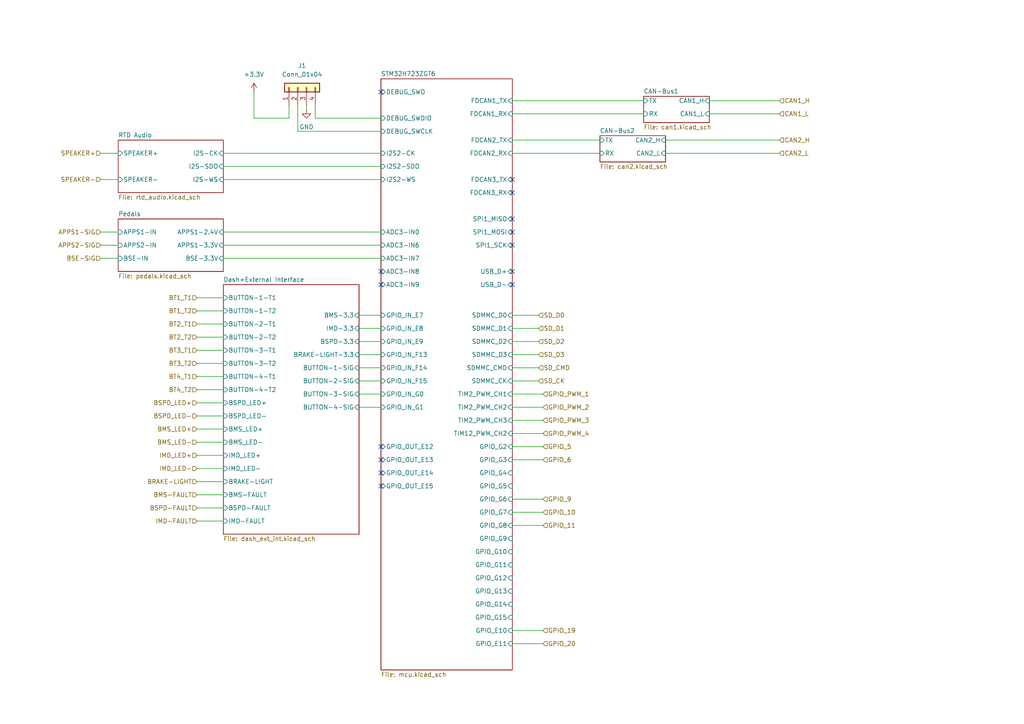
<source format=kicad_sch>
(kicad_sch (version 20250114) (generator "eeschema") (generator_version "9.0")
  (paper "A4")
  (lib_symbols
    (symbol "Connector_Generic:Conn_01x04" (pin_names (offset 1.016) (hide yes))
      (property "Reference" "J" (at 0 5.08 0))
      (property "Value" "Conn_01x04" (at 0 -7.62 0))
      (symbol "Conn_01x04_1_1"
        (rectangle (start -1.27 3.81) (end 1.27 -6.35) (stroke (width 0.254)) (fill (type background)))
        (rectangle (start -1.27 2.667) (end 0 2.413) (stroke (width 0.1524)))
        (rectangle (start -1.27 0.127) (end 0 -0.127) (stroke (width 0.1524)))
        (rectangle (start -1.27 -2.413) (end 0 -2.667) (stroke (width 0.1524)))
        (rectangle (start -1.27 -4.953) (end 0 -5.207) (stroke (width 0.1524)))
        (pin passive line (at -5.08 2.54 0) (length 3.81) (name "Pin_1") (number "1"))
        (pin passive line (at -5.08 0 0) (length 3.81) (name "Pin_2") (number "2"))
        (pin passive line (at -5.08 -2.54 0) (length 3.81) (name "Pin_3") (number "3"))
        (pin passive line (at -5.08 -5.08 0) (length 3.81) (name "Pin_4") (number "4"))
      )
    )
    (symbol "power:+3.3V" (power) (pin_numbers (hide yes)) (pin_names (offset 0) (hide yes))
      (property "Value" "+3.3V" (at 0 3.556 0))
      (symbol "+3.3V_0_1"
        (polyline (pts (xy -0.762 1.27) (xy 0 2.54)))
        (polyline (pts (xy 0 2.54) (xy 0.762 1.27)))
        (polyline (pts (xy 0 0) (xy 0 2.54)))
      )
      (symbol "+3.3V_1_1"
        (pin power_in line (at 0 0 90) (length 0) (name "~") (number "1"))
      )
    )
    (symbol "power:GND" (power) (pin_numbers (hide yes)) (pin_names (offset 0) (hide yes))
      (property "Value" "GND" (at 0 -3.81 0))
      (symbol "GND_0_1"
        (polyline (pts (xy 0 0) (xy 0 -1.27) (xy 1.27 -1.27) (xy 0 -2.54) (xy -1.27 -1.27) (xy 0 -1.27)))
      )
      (symbol "GND_1_1"
        (pin power_in line (at 0 0 270) (length 0) (name "~") (number "1"))
      )
    )
  )
  (no_connect (at 110.49 140.97))
  (no_connect (at 148.59 67.31))
  (no_connect (at 110.49 26.67))
  (no_connect (at 110.49 78.74))
  (no_connect (at 148.59 63.5))
  (no_connect (at 148.59 52.07))
  (no_connect (at 110.49 82.55))
  (no_connect (at 110.49 129.54))
  (no_connect (at 148.59 78.74))
  (no_connect (at 148.59 55.88))
  (no_connect (at 148.59 82.55))
  (no_connect (at 148.59 71.12))
  (no_connect (at 110.49 133.35))
  (no_connect (at 110.49 137.16))
  (wire (pts (xy 148.59 125.73) (xy 157.48 125.73)))
  (wire (pts (xy 64.77 71.12) (xy 110.49 71.12)))
  (wire (pts (xy 64.77 52.07) (xy 110.49 52.07)))
  (wire (pts (xy 104.14 106.68) (xy 110.49 106.68)))
  (wire (pts (xy 86.36 30.48) (xy 86.36 38.1)))
  (wire (pts (xy 148.59 118.11) (xy 157.48 118.11)))
  (wire (pts (xy 73.66 26.67) (xy 73.66 34.29)))
  (wire (pts (xy 205.74 33.02) (xy 226.06 33.02)))
  (wire (pts (xy 148.59 121.92) (xy 157.48 121.92)))
  (wire (pts (xy 57.15 135.89) (xy 64.77 135.89)))
  (wire (pts (xy 29.21 67.31) (xy 34.29 67.31)))
  (wire (pts (xy 148.59 95.25) (xy 156.21 95.25)))
  (wire (pts (xy 29.21 52.07) (xy 34.29 52.07)))
  (wire (pts (xy 57.15 151.13) (xy 64.77 151.13)))
  (wire (pts (xy 148.59 40.64) (xy 173.99 40.64)))
  (wire (pts (xy 73.66 34.29) (xy 83.82 34.29)))
  (wire (pts (xy 57.15 109.22) (xy 64.77 109.22)))
  (wire (pts (xy 64.77 67.31) (xy 110.49 67.31)))
  (wire (pts (xy 148.59 148.59) (xy 157.48 148.59)))
  (wire (pts (xy 57.15 143.51) (xy 64.77 143.51)))
  (wire (pts (xy 148.59 114.3) (xy 157.48 114.3)))
  (wire (pts (xy 104.14 110.49) (xy 110.49 110.49)))
  (wire (pts (xy 148.59 110.49) (xy 156.21 110.49)))
  (wire (pts (xy 104.14 95.25) (xy 110.49 95.25)))
  (wire (pts (xy 91.44 30.48) (xy 91.44 34.29)))
  (wire (pts (xy 57.15 90.17) (xy 64.77 90.17)))
  (wire (pts (xy 193.04 44.45) (xy 226.06 44.45)))
  (wire (pts (xy 148.59 152.4) (xy 157.48 152.4)))
  (wire (pts (xy 148.59 144.78) (xy 157.48 144.78)))
  (wire (pts (xy 91.44 34.29) (xy 110.49 34.29)))
  (wire (pts (xy 148.59 186.69) (xy 157.48 186.69)))
  (wire (pts (xy 29.21 71.12) (xy 34.29 71.12)))
  (wire (pts (xy 57.15 101.6) (xy 64.77 101.6)))
  (wire (pts (xy 148.59 99.06) (xy 156.21 99.06)))
  (wire (pts (xy 57.15 93.98) (xy 64.77 93.98)))
  (wire (pts (xy 57.15 147.32) (xy 64.77 147.32)))
  (wire (pts (xy 104.14 99.06) (xy 110.49 99.06)))
  (wire (pts (xy 148.59 29.21) (xy 186.69 29.21)))
  (wire (pts (xy 148.59 106.68) (xy 156.21 106.68)))
  (wire (pts (xy 57.15 116.84) (xy 64.77 116.84)))
  (wire (pts (xy 148.59 129.54) (xy 157.48 129.54)))
  (wire (pts (xy 57.15 86.36) (xy 64.77 86.36)))
  (wire (pts (xy 205.74 29.21) (xy 226.06 29.21)))
  (wire (pts (xy 57.15 124.46) (xy 64.77 124.46)))
  (wire (pts (xy 83.82 34.29) (xy 83.82 30.48)))
  (wire (pts (xy 104.14 114.3) (xy 110.49 114.3)))
  (wire (pts (xy 148.59 44.45) (xy 173.99 44.45)))
  (wire (pts (xy 57.15 132.08) (xy 64.77 132.08)))
  (wire (pts (xy 29.21 74.93) (xy 34.29 74.93)))
  (wire (pts (xy 57.15 128.27) (xy 64.77 128.27)))
  (wire (pts (xy 57.15 120.65) (xy 64.77 120.65)))
  (wire (pts (xy 104.14 91.44) (xy 110.49 91.44)))
  (wire (pts (xy 148.59 102.87) (xy 156.21 102.87)))
  (wire (pts (xy 148.59 182.88) (xy 157.48 182.88)))
  (wire (pts (xy 29.21 44.45) (xy 34.29 44.45)))
  (wire (pts (xy 88.9 30.48) (xy 88.9 31.75)))
  (wire (pts (xy 86.36 38.1) (xy 110.49 38.1)))
  (wire (pts (xy 193.04 40.64) (xy 226.06 40.64)))
  (wire (pts (xy 57.15 113.03) (xy 64.77 113.03)))
  (wire (pts (xy 64.77 74.93) (xy 110.49 74.93)))
  (wire (pts (xy 148.59 91.44) (xy 156.21 91.44)))
  (wire (pts (xy 64.77 44.45) (xy 110.49 44.45)))
  (wire (pts (xy 148.59 133.35) (xy 157.48 133.35)))
  (wire (pts (xy 104.14 118.11) (xy 110.49 118.11)))
  (wire (pts (xy 57.15 139.7) (xy 64.77 139.7)))
  (wire (pts (xy 57.15 105.41) (xy 64.77 105.41)))
  (wire (pts (xy 148.59 33.02) (xy 186.69 33.02)))
  (wire (pts (xy 64.77 48.26) (xy 110.49 48.26)))
  (wire (pts (xy 57.15 97.79) (xy 64.77 97.79)))
  (wire (pts (xy 104.14 102.87) (xy 110.49 102.87)))
  (hierarchical_label "SD_D3" (shape input) (at 156.21 102.87 0))
  (hierarchical_label "CAN1_L" (shape input) (at 226.06 33.02 0))
  (hierarchical_label "GPIO_PWM_1" (shape input) (at 157.48 114.3 0))
  (hierarchical_label "APPS2-SIG" (shape input) (at 29.21 71.12 180))
  (hierarchical_label "GPIO_PWM_4" (shape input) (at 157.48 125.73 0))
  (hierarchical_label "APPS1-SIG" (shape input) (at 29.21 67.31 180))
  (hierarchical_label "GPIO_5" (shape input) (at 157.48 129.54 0))
  (hierarchical_label "BSPD_LED+" (shape input) (at 57.15 116.84 180))
  (hierarchical_label "BT4_T1" (shape input) (at 57.15 109.22 180))
  (hierarchical_label "IMD_LED+" (shape input) (at 57.15 132.08 180))
  (hierarchical_label "GPIO_PWM_2" (shape input) (at 157.48 118.11 0))
  (hierarchical_label "BSPD_LED-" (shape input) (at 57.15 120.65 180))
  (hierarchical_label "GPIO_20" (shape input) (at 157.48 186.69 0))
  (hierarchical_label "SD_D2" (shape input) (at 156.21 99.06 0))
  (hierarchical_label "IMD_LED-" (shape input) (at 57.15 135.89 180))
  (hierarchical_label "CAN2_L" (shape input) (at 226.06 44.45 0))
  (hierarchical_label "BT3_T2" (shape input) (at 57.15 105.41 180))
  (hierarchical_label "GPIO_6" (shape input) (at 157.48 133.35 0))
  (hierarchical_label "GPIO_11" (shape input) (at 157.48 152.4 0))
  (hierarchical_label "BT3_T1" (shape input) (at 57.15 101.6 180))
  (hierarchical_label "IMD-FAULT" (shape input) (at 57.15 151.13 180))
  (hierarchical_label "BSE-SIG" (shape input) (at 29.21 74.93 180))
  (hierarchical_label "GPIO_9" (shape input) (at 157.48 144.78 0))
  (hierarchical_label "CAN2_H" (shape input) (at 226.06 40.64 0))
  (hierarchical_label "BMS-FAULT" (shape input) (at 57.15 143.51 180))
  (hierarchical_label "BMS_LED-" (shape input) (at 57.15 128.27 180))
  (hierarchical_label "GPIO_PWM_3" (shape input) (at 157.48 121.92 0))
  (hierarchical_label "SPEAKER-" (shape input) (at 29.21 52.07 180))
  (hierarchical_label "SD_D1" (shape input) (at 156.21 95.25 0))
  (hierarchical_label "BT1_T1" (shape input) (at 57.15 86.36 180))
  (hierarchical_label "BRAKE-LIGHT" (shape input) (at 57.15 139.7 180))
  (hierarchical_label "BSPD-FAULT" (shape input) (at 57.15 147.32 180))
  (hierarchical_label "GPIO_19" (shape input) (at 157.48 182.88 0))
  (hierarchical_label "SD_CK" (shape input) (at 156.21 110.49 0))
  (hierarchical_label "BT2_T1" (shape input) (at 57.15 93.98 180))
  (hierarchical_label "SPEAKER+" (shape input) (at 29.21 44.45 180))
  (hierarchical_label "SD_D0" (shape input) (at 156.21 91.44 0))
  (hierarchical_label "BT4_T2" (shape input) (at 57.15 113.03 180))
  (hierarchical_label "GPIO_10" (shape input) (at 157.48 148.59 0))
  (hierarchical_label "SD_CMD" (shape input) (at 156.21 106.68 0))
  (hierarchical_label "CAN1_H" (shape input) (at 226.06 29.21 0))
  (hierarchical_label "BT2_T2" (shape input) (at 57.15 97.79 180))
  (hierarchical_label "BMS_LED+" (shape input) (at 57.15 124.46 180))
  (hierarchical_label "BT1_T2" (shape input) (at 57.15 90.17 180))
  (symbol (lib_id "power:GND") (at 88.9 31.75 0) (unit 1)
    (property "Reference" "#PWR030" (effects (hide yes)))
    (property "Value" "GND" (at 88.9 36.83 0))
    (property "Description" "Power symbol creates a global label with name \"GND\" , ground" (effects (hide yes)))
  )
  (symbol (lib_id "power:+3.3V") (at 73.66 26.67 0) (unit 1)
    (property "Reference" "#PWR029" (effects (hide yes)))
    (property "Value" "+3.3V" (at 73.66 21.59 0))
    (property "Description" "Power symbol creates a global label with name \"+3.3V\"" (effects (hide yes)))
  )
  (symbol (lib_id "Connector_Generic:Conn_01x04") (at 86.36 25.4 90) (unit 1)
    (property "Reference" "J1" (at 87.63 19.05 90))
    (property "Value" "Conn_01x04" (at 87.63 21.59 90))
    (property "Footprint" "Connector_PinHeader_2.54mm:PinHeader_1x04_P2.54mm_Vertical" (effects (hide yes)))
    (property "Description" "Generic connector, single row, 01x04, script generated (kicad-library-utils/schlib/autogen/connector/)" (effects (hide yes)))
  )
  (sheet (at 173.99 39.37) (size 19.05 7.62) (stroke (width 0.1524))
    (property "Sheetname" "CAN-Bus2" (at 173.99 38.6584 0) (effects (justify left bottom)))
    (property "Sheetfile" "can2.kicad_sch" (at 173.99 47.5746 0) (effects (justify left top)))
    (pin "RX" input (at 173.99 44.45 180))
    (pin "CAN2_L" input (at 193.04 44.45 0))
    (pin "TX" input (at 173.99 40.64 180))
    (pin "CAN2_H" input (at 193.04 40.64 0))
  )
  (sheet (at 110.49 22.86) (size 38.1 171.45) (stroke (width 0.1524))
    (property "Sheetname" "STM32H723ZGT6" (at 110.49 22.1484 0) (effects (justify left bottom)))
    (property "Sheetfile" "mcu.kicad_sch" (at 110.49 194.8946 0) (effects (justify left top)))
    (pin "FDCAN2_TX" input (at 148.59 40.64 0))
    (pin "FDCAN2_RX" input (at 148.59 44.45 0))
    (pin "SPI1_MISO" input (at 148.59 63.5 0))
    (pin "SPI1_MOSI" input (at 148.59 67.31 0))
    (pin "DEBUG_SWCLK" input (at 110.49 38.1 180))
    (pin "FDCAN3_TX" input (at 148.59 52.07 0))
    (pin "USB_D-" input (at 148.59 82.55 0))
    (pin "DEBUG_SWO" input (at 110.49 26.67 180))
    (pin "FDCAN1_RX" input (at 148.59 33.02 0))
    (pin "USB_D+" input (at 148.59 78.74 0))
    (pin "FDCAN1_TX" input (at 148.59 29.21 0))
    (pin "DEBUG_SWDIO" input (at 110.49 34.29 180))
    (pin "FDCAN3_RX" input (at 148.59 55.88 0))
    (pin "I2S2-CK" input (at 110.49 44.45 180))
    (pin "ADC3-IN9" input (at 110.49 82.55 180))
    (pin "ADC3-IN7" input (at 110.49 74.93 180))
    (pin "SPI1_SCK" input (at 148.59 71.12 0))
    (pin "ADC3-IN0" input (at 110.49 67.31 180))
    (pin "I2S2-SDO" input (at 110.49 48.26 180))
    (pin "ADC3-IN8" input (at 110.49 78.74 180))
    (pin "ADC3-IN6" input (at 110.49 71.12 180))
    (pin "I2S2-WS" input (at 110.49 52.07 180))
    (pin "SDMMC_D1" input (at 148.59 95.25 0))
    (pin "SDMMC_CMD" input (at 148.59 106.68 0))
    (pin "SDMMC_CK" input (at 148.59 110.49 0))
    (pin "SDMMC_D2" input (at 148.59 99.06 0))
    (pin "SDMMC_D0" input (at 148.59 91.44 0))
    (pin "SDMMC_D3" input (at 148.59 102.87 0))
    (pin "GPIO_IN_G1" input (at 110.49 118.11 180))
    (pin "GPIO_IN_E9" input (at 110.49 99.06 180))
    (pin "GPIO_OUT_E13" input (at 110.49 133.35 180))
    (pin "GPIO_IN_F13" input (at 110.49 102.87 180))
    (pin "GPIO_OUT_E14" input (at 110.49 137.16 180))
    (pin "GPIO_IN_E7" input (at 110.49 91.44 180))
    (pin "GPIO_IN_E8" input (at 110.49 95.25 180))
    (pin "GPIO_IN_F14" input (at 110.49 106.68 180))
    (pin "GPIO_IN_F15" input (at 110.49 110.49 180))
    (pin "GPIO_E10" input (at 148.59 182.88 0))
    (pin "GPIO_E11" input (at 148.59 186.69 0))
    (pin "GPIO_OUT_E12" input (at 110.49 129.54 180))
    (pin "GPIO_IN_G0" input (at 110.49 114.3 180))
    (pin "GPIO_OUT_E15" input (at 110.49 140.97 180))
    (pin "GPIO_G14" input (at 148.59 175.26 0))
    (pin "TIM2_PWM_CH1" input (at 148.59 114.3 0))
    (pin "GPIO_G2" input (at 148.59 129.54 0))
    (pin "GPIO_G3" input (at 148.59 133.35 0))
    (pin "GPIO_G5" input (at 148.59 140.97 0))
    (pin "TIM2_PWM_CH2" input (at 148.59 118.11 0))
    (pin "GPIO_G4" input (at 148.59 137.16 0))
    (pin "GPIO_G6" input (at 148.59 144.78 0))
    (pin "GPIO_G8" input (at 148.59 152.4 0))
    (pin "GPIO_G7" input (at 148.59 148.59 0))
    (pin "GPIO_G11" input (at 148.59 163.83 0))
    (pin "GPIO_G10" input (at 148.59 160.02 0))
    (pin "GPIO_G9" input (at 148.59 156.21 0))
    (pin "GPIO_G12" input (at 148.59 167.64 0))
    (pin "GPIO_G15" input (at 148.59 179.07 0))
    (pin "GPIO_G13" input (at 148.59 171.45 0))
    (pin "TIM12_PWM_CH2" input (at 148.59 125.73 0))
    (pin "TIM2_PWM_CH3" input (at 148.59 121.92 0))
  )
  (sheet (at 186.69 27.94) (size 19.05 7.62) (stroke (width 0.1524))
    (property "Sheetname" "CAN-Bus1" (at 186.69 27.2284 0) (effects (justify left bottom)))
    (property "Sheetfile" "can1.kicad_sch" (at 186.69 36.1446 0) (effects (justify left top)))
    (pin "TX" input (at 186.69 29.21 180))
    (pin "RX" input (at 186.69 33.02 180))
    (pin "CAN1_H" input (at 205.74 29.21 0))
    (pin "CAN1_L" input (at 205.74 33.02 0))
  )
  (sheet (at 34.29 63.5) (size 30.48 15.24) (stroke (width 0.1524))
    (property "Sheetname" "Pedals" (at 34.29 62.7884 0) (effects (justify left bottom)))
    (property "Sheetfile" "pedals.kicad_sch" (at 34.29 79.3246 0) (effects (justify left top)))
    (pin "APPS1-2.4V" input (at 64.77 67.31 0))
    (pin "APPS2-IN" input (at 34.29 71.12 180))
    (pin "APPS1-3.3V" input (at 64.77 71.12 0))
    (pin "BSE-IN" input (at 34.29 74.93 180))
    (pin "BSE-3.3V" input (at 64.77 74.93 0))
    (pin "APPS1-IN" input (at 34.29 67.31 180))
  )
  (sheet (at 64.77 82.55) (size 39.37 72.39) (stroke (width 0.1524))
    (property "Sheetname" "Dash+External Interface" (at 64.77 81.8384 0) (effects (justify left bottom)))
    (property "Sheetfile" "dash_ext_int.kicad_sch" (at 64.77 155.5246 0) (effects (justify left top)))
    (pin "BMS-3.3" input (at 104.14 91.44 0))
    (pin "BUTTON-2-T1" input (at 64.77 93.98 180))
    (pin "BUTTON-2-T2" input (at 64.77 97.79 180))
    (pin "BUTTON-2-SIG" input (at 104.14 110.49 0))
    (pin "BRAKE-LIGHT" input (at 64.77 139.7 180))
    (pin "BRAKE-LIGHT-3.3" input (at 104.14 102.87 0))
    (pin "BSPD_LED-" input (at 64.77 120.65 180))
    (pin "BUTTON-1-T1" input (at 64.77 86.36 180))
    (pin "BUTTON-1-SIG" input (at 104.14 106.68 0))
    (pin "BUTTON-1-T2" input (at 64.77 90.17 180))
    (pin "IMD-3.3" input (at 104.14 95.25 0))
    (pin "BUTTON-4-T1" input (at 64.77 109.22 180))
    (pin "BUTTON-4-SIG" input (at 104.14 118.11 0))
    (pin "BUTTON-4-T2" input (at 64.77 113.03 180))
    (pin "BUTTON-3-SIG" input (at 104.14 114.3 0))
    (pin "BUTTON-3-T1" input (at 64.77 101.6 180))
    (pin "BUTTON-3-T2" input (at 64.77 105.41 180))
    (pin "BSPD-3.3" input (at 104.14 99.06 0))
    (pin "BSPD_LED+" input (at 64.77 116.84 180))
    (pin "BSPD-FAULT" input (at 64.77 147.32 180))
    (pin "BMS_LED+" input (at 64.77 124.46 180))
    (pin "BMS-FAULT" input (at 64.77 143.51 180))
    (pin "BMS_LED-" input (at 64.77 128.27 180))
    (pin "IMD_LED-" input (at 64.77 135.89 180))
    (pin "IMD-FAULT" input (at 64.77 151.13 180))
    (pin "IMD_LED+" input (at 64.77 132.08 180))
  )
  (sheet (at 34.29 40.64) (size 30.48 15.24) (stroke (width 0.1524))
    (property "Sheetname" "RTD Audio" (at 34.29 39.9284 0) (effects (justify left bottom)))
    (property "Sheetfile" "rtd_audio.kicad_sch" (at 34.29 56.4646 0) (effects (justify left top)))
    (pin "SPEAKER-" input (at 34.29 52.07 180))
    (pin "SPEAKER+" input (at 34.29 44.45 180))
    (pin "I2S-WS" input (at 64.77 52.07 0))
    (pin "I2S-SDO" input (at 64.77 48.26 0))
    (pin "I2S-CK" input (at 64.77 44.45 0))
  )
)
</source>
